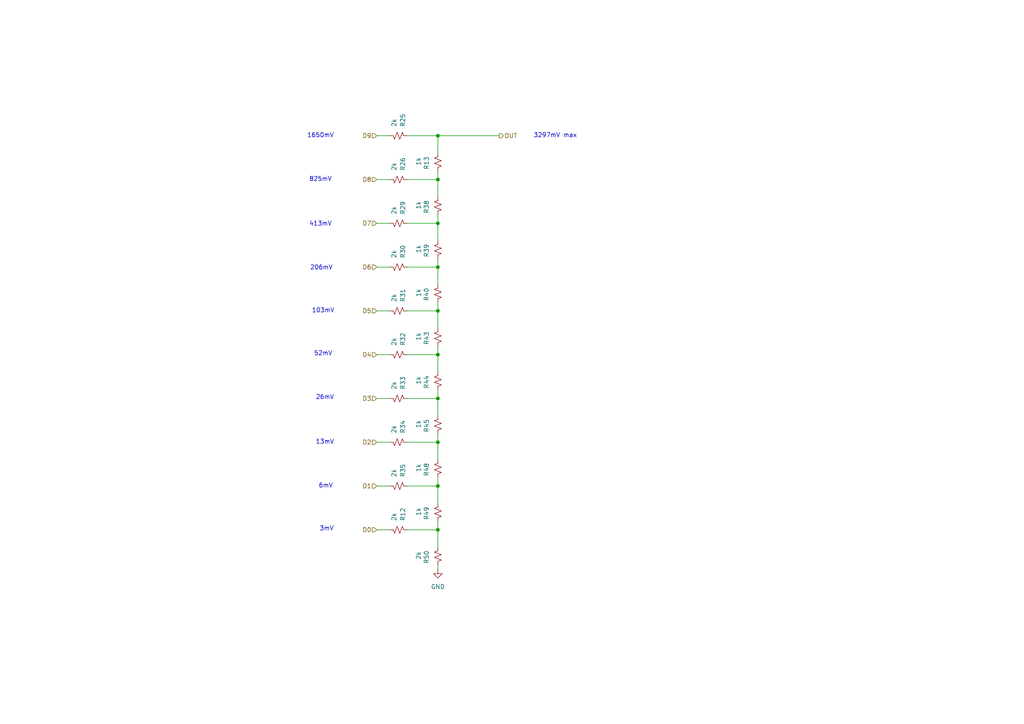
<source format=kicad_sch>
(kicad_sch (version 20250114) (generator "eeschema") (generator_version "9.0")
  (paper "A4")
  (lib_symbols
    (symbol "Device:R_Small_US" (pin_numbers (hide yes)) (pin_names (offset 0.254) (hide yes))
      (property "Reference" "R" (at 0.762 0.508 0))
      (property "Value" "R_Small_US" (at 0.762 -1.016 0))
      (symbol "R_Small_US_1_1"
        (polyline (pts (xy 0 1.524) (xy 1.016 1.143) (xy 0 0.762) (xy -1.016 0.381) (xy 0 0)))
        (polyline (pts (xy 0 0) (xy 1.016 -0.381) (xy 0 -0.762) (xy -1.016 -1.143) (xy 0 -1.524)))
        (pin passive line (at 0 2.54 270) (length 1.016) (name "~") (number "1"))
        (pin passive line (at 0 -2.54 90) (length 1.016) (name "~") (number "2"))
      )
    )
    (symbol "power:GND" (power) (pin_numbers (hide yes)) (pin_names (offset 0) (hide yes))
      (property "Value" "GND" (at 0 -3.81 0))
      (symbol "GND_0_1"
        (polyline (pts (xy 0 0) (xy 0 -1.27) (xy 1.27 -1.27) (xy 0 -2.54) (xy -1.27 -1.27) (xy 0 -1.27)))
      )
      (symbol "GND_1_1"
        (pin power_in line (at 0 0 270) (length 0) (name "~") (number "1"))
      )
    )
  )
  (text "13mV" (at 94.234 128.27 0) (effects (font (size 1.27 1.27))))
  (text "413mV" (at 92.964 65.024 0) (effects (font (size 1.27 1.27))))
  (text "3mV" (at 94.742 153.416 0) (effects (font (size 1.27 1.27))))
  (text "103mV" (at 93.726 90.17 0) (effects (font (size 1.27 1.27))))
  (text "6mV" (at 94.488 140.97 0) (effects (font (size 1.27 1.27))))
  (text "52mV" (at 93.726 102.616 0) (effects (font (size 1.27 1.27))))
  (text "206mV" (at 93.218 77.724 0) (effects (font (size 1.27 1.27))))
  (text "3297mV max" (at 161.036 39.37 0) (effects (font (size 1.27 1.27))))
  (text "1650mV" (at 92.964 39.37 0) (effects (font (size 1.27 1.27))))
  (text "825mV" (at 92.964 52.07 0) (effects (font (size 1.27 1.27))))
  (text "26mV" (at 94.234 115.316 0) (effects (font (size 1.27 1.27))))
  (junction (at 127 128.27))
  (junction (at 127 52.07))
  (junction (at 127 64.77))
  (junction (at 127 90.17))
  (junction (at 127 115.57))
  (junction (at 127 39.37))
  (junction (at 127 153.67))
  (junction (at 127 140.97))
  (junction (at 127 77.47))
  (junction (at 127 102.87))
  (wire (pts (xy 118.11 115.57) (xy 127 115.57)))
  (wire (pts (xy 109.22 77.47) (xy 113.03 77.47)))
  (wire (pts (xy 118.11 90.17) (xy 127 90.17)))
  (wire (pts (xy 127 115.57) (xy 127 120.65)))
  (wire (pts (xy 109.22 102.87) (xy 113.03 102.87)))
  (wire (pts (xy 127 153.67) (xy 127 158.75)))
  (wire (pts (xy 127 165.1) (xy 127 163.83)))
  (wire (pts (xy 118.11 52.07) (xy 127 52.07)))
  (wire (pts (xy 127 52.07) (xy 127 57.15)))
  (wire (pts (xy 127 39.37) (xy 144.78 39.37)))
  (wire (pts (xy 109.22 153.67) (xy 113.03 153.67)))
  (wire (pts (xy 109.22 90.17) (xy 113.03 90.17)))
  (wire (pts (xy 127 140.97) (xy 127 146.05)))
  (wire (pts (xy 127 90.17) (xy 127 95.25)))
  (wire (pts (xy 127 49.53) (xy 127 52.07)))
  (wire (pts (xy 109.22 128.27) (xy 113.03 128.27)))
  (wire (pts (xy 127 62.23) (xy 127 64.77)))
  (wire (pts (xy 109.22 52.07) (xy 113.03 52.07)))
  (wire (pts (xy 127 125.73) (xy 127 128.27)))
  (wire (pts (xy 118.11 128.27) (xy 127 128.27)))
  (wire (pts (xy 118.11 39.37) (xy 127 39.37)))
  (wire (pts (xy 127 151.13) (xy 127 153.67)))
  (wire (pts (xy 118.11 102.87) (xy 127 102.87)))
  (wire (pts (xy 127 87.63) (xy 127 90.17)))
  (wire (pts (xy 118.11 140.97) (xy 127 140.97)))
  (wire (pts (xy 118.11 153.67) (xy 127 153.67)))
  (wire (pts (xy 127 102.87) (xy 127 107.95)))
  (wire (pts (xy 127 100.33) (xy 127 102.87)))
  (wire (pts (xy 127 39.37) (xy 127 44.45)))
  (wire (pts (xy 118.11 77.47) (xy 127 77.47)))
  (wire (pts (xy 109.22 64.77) (xy 113.03 64.77)))
  (wire (pts (xy 118.11 64.77) (xy 127 64.77)))
  (wire (pts (xy 109.22 115.57) (xy 113.03 115.57)))
  (wire (pts (xy 127 64.77) (xy 127 69.85)))
  (wire (pts (xy 127 74.93) (xy 127 77.47)))
  (wire (pts (xy 109.22 39.37) (xy 113.03 39.37)))
  (wire (pts (xy 127 77.47) (xy 127 82.55)))
  (wire (pts (xy 127 138.43) (xy 127 140.97)))
  (wire (pts (xy 109.22 140.97) (xy 113.03 140.97)))
  (wire (pts (xy 127 128.27) (xy 127 133.35)))
  (wire (pts (xy 127 113.03) (xy 127 115.57)))
  (hierarchical_label "D3" (shape input) (at 109.22 115.57 180))
  (hierarchical_label "D1" (shape input) (at 109.22 140.97 180))
  (hierarchical_label "D8" (shape input) (at 109.22 52.07 180))
  (hierarchical_label "D7" (shape input) (at 109.22 64.77 180))
  (hierarchical_label "D0" (shape input) (at 109.22 153.67 180))
  (hierarchical_label "D2" (shape input) (at 109.22 128.27 180))
  (hierarchical_label "D6" (shape input) (at 109.22 77.47 180))
  (hierarchical_label "OUT" (shape output) (at 144.78 39.37 0))
  (hierarchical_label "D5" (shape input) (at 109.22 90.17 180))
  (hierarchical_label "D9" (shape input) (at 109.22 39.37 180))
  (hierarchical_label "D4" (shape input) (at 109.22 102.87 180))
  (symbol (lib_id "Device:R_Small_US") (at 127 110.49 0) (mirror y) (unit 1)
    (property "Reference" "R6" (at 123.698 108.839 90) (effects (justify right)))
    (property "Value" "1k" (at 121.412 109.093 90) (effects (justify right)))
    (property "Footprint" "Resistor_SMD:R_0402_1005Metric" (effects (hide yes)))
    (property "Description" "Resistor, small US symbol" (effects (hide yes)))
    (instances (project "mister-vector" (path "" (reference "R44") (unit 1)) (path "" (reference "R6") (unit 1))))
  )
  (symbol (lib_id "Device:R_Small_US") (at 115.57 39.37 270) (mirror x) (unit 1)
    (property "Reference" "R24" (at 116.8401 36.83 0) (effects (justify left)))
    (property "Value" "2k" (at 114.3001 36.83 0) (effects (justify left)))
    (property "Footprint" "Resistor_SMD:R_0402_1005Metric" (effects (hide yes)))
    (property "Description" "Resistor, small US symbol" (effects (hide yes)))
    (instances (project "mister-vector" (path "" (reference "R25") (unit 1)) (path "" (reference "R24") (unit 1))))
  )
  (symbol (lib_id "Device:R_Small_US") (at 115.57 90.17 270) (mirror x) (unit 1)
    (property "Reference" "R18" (at 116.8401 87.63 0) (effects (justify left)))
    (property "Value" "2k" (at 114.3001 87.63 0) (effects (justify left)))
    (property "Footprint" "Resistor_SMD:R_0402_1005Metric" (effects (hide yes)))
    (property "Description" "Resistor, small US symbol" (effects (hide yes)))
    (instances (project "mister-vector" (path "" (reference "R31") (unit 1)) (path "" (reference "R18") (unit 1))))
  )
  (symbol (lib_id "Device:R_Small_US") (at 127 59.69 0) (mirror y) (unit 1)
    (property "Reference" "R10" (at 123.698 58.039 90) (effects (justify right)))
    (property "Value" "1k" (at 121.412 58.293 90) (effects (justify right)))
    (property "Footprint" "Resistor_SMD:R_0402_1005Metric" (effects (hide yes)))
    (property "Description" "Resistor, small US symbol" (effects (hide yes)))
    (instances (project "mister-vector" (path "" (reference "R38") (unit 1)) (path "" (reference "R10") (unit 1))))
  )
  (symbol (lib_id "Device:R_Small_US") (at 115.57 52.07 270) (mirror x) (unit 1)
    (property "Reference" "R21" (at 116.8401 49.53 0) (effects (justify left)))
    (property "Value" "2k" (at 114.3001 49.53 0) (effects (justify left)))
    (property "Footprint" "Resistor_SMD:R_0402_1005Metric" (effects (hide yes)))
    (property "Description" "Resistor, small US symbol" (effects (hide yes)))
    (instances (project "mister-vector" (path "" (reference "R26") (unit 1)) (path "" (reference "R21") (unit 1))))
  )
  (symbol (lib_id "Device:R_Small_US") (at 127 161.29 0) (mirror y) (unit 1)
    (property "Reference" "R1" (at 123.698 159.639 90) (effects (justify right)))
    (property "Value" "2k" (at 121.412 159.893 90) (effects (justify right)))
    (property "Footprint" "Resistor_SMD:R_0402_1005Metric" (effects (hide yes)))
    (property "Description" "Resistor, small US symbol" (effects (hide yes)))
    (instances (project "mister-vector" (path "" (reference "R50") (unit 1)) (path "" (reference "R1") (unit 1))))
  )
  (symbol (lib_id "Device:R_Small_US") (at 115.57 128.27 270) (mirror x) (unit 1)
    (property "Reference" "R15" (at 116.8401 125.73 0) (effects (justify left)))
    (property "Value" "2k" (at 114.3001 125.73 0) (effects (justify left)))
    (property "Footprint" "Resistor_SMD:R_0402_1005Metric" (effects (hide yes)))
    (property "Description" "Resistor, small US symbol" (effects (hide yes)))
    (instances (project "mister-vector" (path "" (reference "R34") (unit 1)) (path "" (reference "R15") (unit 1))))
  )
  (symbol (lib_id "Device:R_Small_US") (at 115.57 115.57 270) (mirror x) (unit 1)
    (property "Reference" "R16" (at 116.8401 113.03 0) (effects (justify left)))
    (property "Value" "2k" (at 114.3001 113.03 0) (effects (justify left)))
    (property "Footprint" "Resistor_SMD:R_0402_1005Metric" (effects (hide yes)))
    (property "Description" "Resistor, small US symbol" (effects (hide yes)))
    (instances (project "mister-vector" (path "" (reference "R33") (unit 1)) (path "" (reference "R16") (unit 1))))
  )
  (symbol (lib_id "Device:R_Small_US") (at 127 72.39 0) (mirror y) (unit 1)
    (property "Reference" "R9" (at 123.698 70.739 90) (effects (justify right)))
    (property "Value" "1k" (at 121.412 70.993 90) (effects (justify right)))
    (property "Footprint" "Resistor_SMD:R_0402_1005Metric" (effects (hide yes)))
    (property "Description" "Resistor, small US symbol" (effects (hide yes)))
    (instances (project "mister-vector" (path "" (reference "R39") (unit 1)) (path "" (reference "R9") (unit 1))))
  )
  (symbol (lib_id "Device:R_Small_US") (at 127 97.79 0) (mirror y) (unit 1)
    (property "Reference" "R7" (at 123.698 96.139 90) (effects (justify right)))
    (property "Value" "1k" (at 121.412 96.393 90) (effects (justify right)))
    (property "Footprint" "Resistor_SMD:R_0402_1005Metric" (effects (hide yes)))
    (property "Description" "Resistor, small US symbol" (effects (hide yes)))
    (instances (project "mister-vector" (path "" (reference "R43") (unit 1)) (path "" (reference "R7") (unit 1))))
  )
  (symbol (lib_id "Device:R_Small_US") (at 127 85.09 0) (mirror y) (unit 1)
    (property "Reference" "R8" (at 123.698 83.439 90) (effects (justify right)))
    (property "Value" "1k" (at 121.412 83.693 90) (effects (justify right)))
    (property "Footprint" "Resistor_SMD:R_0402_1005Metric" (effects (hide yes)))
    (property "Description" "Resistor, small US symbol" (effects (hide yes)))
    (instances (project "mister-vector" (path "" (reference "R40") (unit 1)) (path "" (reference "R8") (unit 1))))
  )
  (symbol (lib_id "Device:R_Small_US") (at 127 46.99 0) (mirror y) (unit 1)
    (property "Reference" "R11" (at 123.698 45.339 90) (effects (justify right)))
    (property "Value" "1k" (at 121.412 45.593 90) (effects (justify right)))
    (property "Footprint" "Resistor_SMD:R_0402_1005Metric" (effects (hide yes)))
    (property "Description" "Resistor, small US symbol" (effects (hide yes)))
    (instances (project "mister-vector" (path "" (reference "R13") (unit 1)) (path "" (reference "R11") (unit 1))))
  )
  (symbol (lib_id "Device:R_Small_US") (at 115.57 153.67 270) (mirror x) (unit 1)
    (property "Reference" "R2" (at 116.8401 151.13 0) (effects (justify left)))
    (property "Value" "2k" (at 114.3001 151.13 0) (effects (justify left)))
    (property "Footprint" "Resistor_SMD:R_0402_1005Metric" (effects (hide yes)))
    (property "Description" "Resistor, small US symbol" (effects (hide yes)))
    (instances (project "mister-vector" (path "" (reference "R12") (unit 1)) (path "" (reference "R2") (unit 1))))
  )
  (symbol (lib_id "Device:R_Small_US") (at 115.57 64.77 270) (mirror x) (unit 1)
    (property "Reference" "R20" (at 116.8401 62.23 0) (effects (justify left)))
    (property "Value" "2k" (at 114.3001 62.23 0) (effects (justify left)))
    (property "Footprint" "Resistor_SMD:R_0402_1005Metric" (effects (hide yes)))
    (property "Description" "Resistor, small US symbol" (effects (hide yes)))
    (instances (project "mister-vector" (path "" (reference "R29") (unit 1)) (path "" (reference "R20") (unit 1))))
  )
  (symbol (lib_id "Device:R_Small_US") (at 115.57 102.87 270) (mirror x) (unit 1)
    (property "Reference" "R17" (at 116.8401 100.33 0) (effects (justify left)))
    (property "Value" "2k" (at 114.3001 100.33 0) (effects (justify left)))
    (property "Footprint" "Resistor_SMD:R_0402_1005Metric" (effects (hide yes)))
    (property "Description" "Resistor, small US symbol" (effects (hide yes)))
    (instances (project "mister-vector" (path "" (reference "R32") (unit 1)) (path "" (reference "R17") (unit 1))))
  )
  (symbol (lib_id "Device:R_Small_US") (at 115.57 140.97 270) (mirror x) (unit 1)
    (property "Reference" "R14" (at 116.8401 138.43 0) (effects (justify left)))
    (property "Value" "2k" (at 114.3001 138.43 0) (effects (justify left)))
    (property "Footprint" "Resistor_SMD:R_0402_1005Metric" (effects (hide yes)))
    (property "Description" "Resistor, small US symbol" (effects (hide yes)))
    (instances (project "mister-vector" (path "" (reference "R35") (unit 1)) (path "" (reference "R14") (unit 1))))
  )
  (symbol (lib_id "Device:R_Small_US") (at 127 148.59 0) (mirror y) (unit 1)
    (property "Reference" "R3" (at 123.698 146.939 90) (effects (justify right)))
    (property "Value" "1k" (at 121.412 147.193 90) (effects (justify right)))
    (property "Footprint" "Resistor_SMD:R_0402_1005Metric" (effects (hide yes)))
    (property "Description" "Resistor, small US symbol" (effects (hide yes)))
    (instances (project "mister-vector" (path "" (reference "R49") (unit 1)) (path "" (reference "R3") (unit 1))))
  )
  (symbol (lib_id "power:GND") (at 127 165.1 0) (unit 1)
    (property "Reference" "#PWR048" (effects (hide yes)))
    (property "Value" "GND" (at 127 170.18 0))
    (property "Description" "Power symbol creates a global label with name \"GND\" , ground" (effects (hide yes)))
    (instances (project "mister-vector" (path "" (reference "#PWR03") (unit 1)) (path "" (reference "#PWR048") (unit 1))))
  )
  (symbol (lib_id "Device:R_Small_US") (at 115.57 77.47 270) (mirror x) (unit 1)
    (property "Reference" "R19" (at 116.8401 74.93 0) (effects (justify left)))
    (property "Value" "2k" (at 114.3001 74.93 0) (effects (justify left)))
    (property "Footprint" "Resistor_SMD:R_0402_1005Metric" (effects (hide yes)))
    (property "Description" "Resistor, small US symbol" (effects (hide yes)))
    (instances (project "mister-vector" (path "" (reference "R30") (unit 1)) (path "" (reference "R19") (unit 1))))
  )
  (symbol (lib_id "Device:R_Small_US") (at 127 123.19 0) (mirror y) (unit 1)
    (property "Reference" "R5" (at 123.698 121.539 90) (effects (justify right)))
    (property "Value" "1k" (at 121.412 121.793 90) (effects (justify right)))
    (property "Footprint" "Resistor_SMD:R_0402_1005Metric" (effects (hide yes)))
    (property "Description" "Resistor, small US symbol" (effects (hide yes)))
    (instances (project "mister-vector" (path "" (reference "R45") (unit 1)) (path "" (reference "R5") (unit 1))))
  )
  (symbol (lib_id "Device:R_Small_US") (at 127 135.89 0) (mirror y) (unit 1)
    (property "Reference" "R4" (at 123.698 134.239 90) (effects (justify right)))
    (property "Value" "1k" (at 121.412 134.493 90) (effects (justify right)))
    (property "Footprint" "Resistor_SMD:R_0402_1005Metric" (effects (hide yes)))
    (property "Description" "Resistor, small US symbol" (effects (hide yes)))
    (instances (project "mister-vector" (path "" (reference "R48") (unit 1)) (path "" (reference "R4") (unit 1))))
  )
)
</source>
